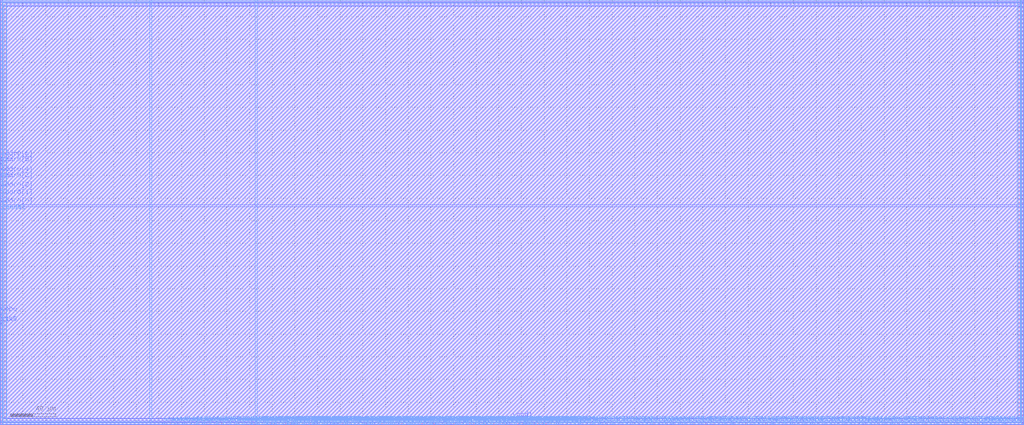
<source format=lef>
VERSION 5.4 ;
NAMESCASESENSITIVE ON ;
BUSBITCHARS "[]" ;
DIVIDERCHAR "/" ;
UNITS
  DATABASE MICRONS 2000 ;
END UNITS
MACRO sram_112x128
   CLASS BLOCK ;
   SIZE 903.42 BY 375.06 ;
   SYMMETRY X Y R90 ;
   PIN din0[0]
      DIRECTION INPUT ;
      PORT
         LAYER met4 ;
         RECT  225.76 0.0 226.14 1.06 ;
      END
   END din0[0]
   PIN din0[1]
      DIRECTION INPUT ;
      PORT
         LAYER met4 ;
         RECT  231.2 0.0 231.58 1.06 ;
      END
   END din0[1]
   PIN din0[2]
      DIRECTION INPUT ;
      PORT
         LAYER met4 ;
         RECT  237.32 0.0 237.7 1.06 ;
      END
   END din0[2]
   PIN din0[3]
      DIRECTION INPUT ;
      PORT
         LAYER met4 ;
         RECT  242.76 0.0 243.14 1.06 ;
      END
   END din0[3]
   PIN din0[4]
      DIRECTION INPUT ;
      PORT
         LAYER met4 ;
         RECT  249.56 0.0 249.94 1.06 ;
      END
   END din0[4]
   PIN din0[5]
      DIRECTION INPUT ;
      PORT
         LAYER met4 ;
         RECT  254.32 0.0 254.7 1.06 ;
      END
   END din0[5]
   PIN din0[6]
      DIRECTION INPUT ;
      PORT
         LAYER met4 ;
         RECT  261.12 0.0 261.5 1.06 ;
      END
   END din0[6]
   PIN din0[7]
      DIRECTION INPUT ;
      PORT
         LAYER met4 ;
         RECT  267.24 0.0 267.62 1.06 ;
      END
   END din0[7]
   PIN din0[8]
      DIRECTION INPUT ;
      PORT
         LAYER met4 ;
         RECT  272.68 0.0 273.06 1.06 ;
      END
   END din0[8]
   PIN din0[9]
      DIRECTION INPUT ;
      PORT
         LAYER met4 ;
         RECT  278.12 0.0 278.5 1.06 ;
      END
   END din0[9]
   PIN din0[10]
      DIRECTION INPUT ;
      PORT
         LAYER met4 ;
         RECT  284.24 0.0 284.62 1.06 ;
      END
   END din0[10]
   PIN din0[11]
      DIRECTION INPUT ;
      PORT
         LAYER met4 ;
         RECT  289.68 0.0 290.06 1.06 ;
      END
   END din0[11]
   PIN din0[12]
      DIRECTION INPUT ;
      PORT
         LAYER met4 ;
         RECT  295.8 0.0 296.18 1.06 ;
      END
   END din0[12]
   PIN din0[13]
      DIRECTION INPUT ;
      PORT
         LAYER met4 ;
         RECT  301.24 0.0 301.62 1.06 ;
      END
   END din0[13]
   PIN din0[14]
      DIRECTION INPUT ;
      PORT
         LAYER met4 ;
         RECT  308.04 0.0 308.42 1.06 ;
      END
   END din0[14]
   PIN din0[15]
      DIRECTION INPUT ;
      PORT
         LAYER met4 ;
         RECT  312.8 0.0 313.18 1.06 ;
      END
   END din0[15]
   PIN din0[16]
      DIRECTION INPUT ;
      PORT
         LAYER met4 ;
         RECT  319.6 0.0 319.98 1.06 ;
      END
   END din0[16]
   PIN din0[17]
      DIRECTION INPUT ;
      PORT
         LAYER met4 ;
         RECT  324.36 0.0 324.74 1.06 ;
      END
   END din0[17]
   PIN din0[18]
      DIRECTION INPUT ;
      PORT
         LAYER met4 ;
         RECT  331.16 0.0 331.54 1.06 ;
      END
   END din0[18]
   PIN din0[19]
      DIRECTION INPUT ;
      PORT
         LAYER met4 ;
         RECT  335.92 0.0 336.3 1.06 ;
      END
   END din0[19]
   PIN din0[20]
      DIRECTION INPUT ;
      PORT
         LAYER met4 ;
         RECT  342.04 0.0 342.42 1.06 ;
      END
   END din0[20]
   PIN din0[21]
      DIRECTION INPUT ;
      PORT
         LAYER met4 ;
         RECT  348.16 0.0 348.54 1.06 ;
      END
   END din0[21]
   PIN din0[22]
      DIRECTION INPUT ;
      PORT
         LAYER met4 ;
         RECT  353.6 0.0 353.98 1.06 ;
      END
   END din0[22]
   PIN din0[23]
      DIRECTION INPUT ;
      PORT
         LAYER met4 ;
         RECT  359.72 0.0 360.1 1.06 ;
      END
   END din0[23]
   PIN din0[24]
      DIRECTION INPUT ;
      PORT
         LAYER met4 ;
         RECT  366.52 0.0 366.9 1.06 ;
      END
   END din0[24]
   PIN din0[25]
      DIRECTION INPUT ;
      PORT
         LAYER met4 ;
         RECT  371.28 0.0 371.66 1.06 ;
      END
   END din0[25]
   PIN din0[26]
      DIRECTION INPUT ;
      PORT
         LAYER met4 ;
         RECT  378.08 0.0 378.46 1.06 ;
      END
   END din0[26]
   PIN din0[27]
      DIRECTION INPUT ;
      PORT
         LAYER met4 ;
         RECT  382.84 0.0 383.22 1.06 ;
      END
   END din0[27]
   PIN din0[28]
      DIRECTION INPUT ;
      PORT
         LAYER met4 ;
         RECT  389.64 0.0 390.02 1.06 ;
      END
   END din0[28]
   PIN din0[29]
      DIRECTION INPUT ;
      PORT
         LAYER met4 ;
         RECT  395.08 0.0 395.46 1.06 ;
      END
   END din0[29]
   PIN din0[30]
      DIRECTION INPUT ;
      PORT
         LAYER met4 ;
         RECT  401.2 0.0 401.58 1.06 ;
      END
   END din0[30]
   PIN din0[31]
      DIRECTION INPUT ;
      PORT
         LAYER met4 ;
         RECT  405.96 0.0 406.34 1.06 ;
      END
   END din0[31]
   PIN din0[32]
      DIRECTION INPUT ;
      PORT
         LAYER met4 ;
         RECT  412.76 0.0 413.14 1.06 ;
      END
   END din0[32]
   PIN din0[33]
      DIRECTION INPUT ;
      PORT
         LAYER met4 ;
         RECT  418.2 0.0 418.58 1.06 ;
      END
   END din0[33]
   PIN din0[34]
      DIRECTION INPUT ;
      PORT
         LAYER met4 ;
         RECT  424.32 0.0 424.7 1.06 ;
      END
   END din0[34]
   PIN din0[35]
      DIRECTION INPUT ;
      PORT
         LAYER met4 ;
         RECT  429.76 0.0 430.14 1.06 ;
      END
   END din0[35]
   PIN din0[36]
      DIRECTION INPUT ;
      PORT
         LAYER met4 ;
         RECT  435.88 0.0 436.26 1.06 ;
      END
   END din0[36]
   PIN din0[37]
      DIRECTION INPUT ;
      PORT
         LAYER met4 ;
         RECT  441.32 0.0 441.7 1.06 ;
      END
   END din0[37]
   PIN din0[38]
      DIRECTION INPUT ;
      PORT
         LAYER met4 ;
         RECT  448.12 0.0 448.5 1.06 ;
      END
   END din0[38]
   PIN din0[39]
      DIRECTION INPUT ;
      PORT
         LAYER met4 ;
         RECT  453.56 0.0 453.94 1.06 ;
      END
   END din0[39]
   PIN din0[40]
      DIRECTION INPUT ;
      PORT
         LAYER met4 ;
         RECT  459.0 0.0 459.38 1.06 ;
      END
   END din0[40]
   PIN din0[41]
      DIRECTION INPUT ;
      PORT
         LAYER met4 ;
         RECT  465.8 0.0 466.18 1.06 ;
      END
   END din0[41]
   PIN din0[42]
      DIRECTION INPUT ;
      PORT
         LAYER met4 ;
         RECT  470.56 0.0 470.94 1.06 ;
      END
   END din0[42]
   PIN din0[43]
      DIRECTION INPUT ;
      PORT
         LAYER met4 ;
         RECT  477.36 0.0 477.74 1.06 ;
      END
   END din0[43]
   PIN din0[44]
      DIRECTION INPUT ;
      PORT
         LAYER met4 ;
         RECT  482.12 0.0 482.5 1.06 ;
      END
   END din0[44]
   PIN din0[45]
      DIRECTION INPUT ;
      PORT
         LAYER met4 ;
         RECT  488.92 0.0 489.3 1.06 ;
      END
   END din0[45]
   PIN din0[46]
      DIRECTION INPUT ;
      PORT
         LAYER met4 ;
         RECT  493.68 0.0 494.06 1.06 ;
      END
   END din0[46]
   PIN din0[47]
      DIRECTION INPUT ;
      PORT
         LAYER met4 ;
         RECT  499.8 0.0 500.18 1.06 ;
      END
   END din0[47]
   PIN din0[48]
      DIRECTION INPUT ;
      PORT
         LAYER met4 ;
         RECT  506.6 0.0 506.98 1.06 ;
      END
   END din0[48]
   PIN din0[49]
      DIRECTION INPUT ;
      PORT
         LAYER met4 ;
         RECT  511.36 0.0 511.74 1.06 ;
      END
   END din0[49]
   PIN din0[50]
      DIRECTION INPUT ;
      PORT
         LAYER met4 ;
         RECT  517.48 0.0 517.86 1.06 ;
      END
   END din0[50]
   PIN din0[51]
      DIRECTION INPUT ;
      PORT
         LAYER met4 ;
         RECT  522.92 0.0 523.3 1.06 ;
      END
   END din0[51]
   PIN din0[52]
      DIRECTION INPUT ;
      PORT
         LAYER met4 ;
         RECT  529.04 0.0 529.42 1.06 ;
      END
   END din0[52]
   PIN din0[53]
      DIRECTION INPUT ;
      PORT
         LAYER met4 ;
         RECT  534.48 0.0 534.86 1.06 ;
      END
   END din0[53]
   PIN din0[54]
      DIRECTION INPUT ;
      PORT
         LAYER met4 ;
         RECT  540.6 0.0 540.98 1.06 ;
      END
   END din0[54]
   PIN din0[55]
      DIRECTION INPUT ;
      PORT
         LAYER met4 ;
         RECT  547.4 0.0 547.78 1.06 ;
      END
   END din0[55]
   PIN din0[56]
      DIRECTION INPUT ;
      PORT
         LAYER met4 ;
         RECT  552.84 0.0 553.22 1.06 ;
      END
   END din0[56]
   PIN din0[57]
      DIRECTION INPUT ;
      PORT
         LAYER met4 ;
         RECT  558.96 0.0 559.34 1.06 ;
      END
   END din0[57]
   PIN din0[58]
      DIRECTION INPUT ;
      PORT
         LAYER met4 ;
         RECT  563.72 0.0 564.1 1.06 ;
      END
   END din0[58]
   PIN din0[59]
      DIRECTION INPUT ;
      PORT
         LAYER met4 ;
         RECT  570.52 0.0 570.9 1.06 ;
      END
   END din0[59]
   PIN din0[60]
      DIRECTION INPUT ;
      PORT
         LAYER met4 ;
         RECT  575.96 0.0 576.34 1.06 ;
      END
   END din0[60]
   PIN din0[61]
      DIRECTION INPUT ;
      PORT
         LAYER met4 ;
         RECT  581.4 0.0 581.78 1.06 ;
      END
   END din0[61]
   PIN din0[62]
      DIRECTION INPUT ;
      PORT
         LAYER met4 ;
         RECT  587.52 0.0 587.9 1.06 ;
      END
   END din0[62]
   PIN din0[63]
      DIRECTION INPUT ;
      PORT
         LAYER met4 ;
         RECT  592.96 0.0 593.34 1.06 ;
      END
   END din0[63]
   PIN din0[64]
      DIRECTION INPUT ;
      PORT
         LAYER met4 ;
         RECT  599.76 0.0 600.14 1.06 ;
      END
   END din0[64]
   PIN din0[65]
      DIRECTION INPUT ;
      PORT
         LAYER met4 ;
         RECT  604.52 0.0 604.9 1.06 ;
      END
   END din0[65]
   PIN din0[66]
      DIRECTION INPUT ;
      PORT
         LAYER met4 ;
         RECT  611.32 0.0 611.7 1.06 ;
      END
   END din0[66]
   PIN din0[67]
      DIRECTION INPUT ;
      PORT
         LAYER met4 ;
         RECT  617.44 0.0 617.82 1.06 ;
      END
   END din0[67]
   PIN din0[68]
      DIRECTION INPUT ;
      PORT
         LAYER met4 ;
         RECT  622.88 0.0 623.26 1.06 ;
      END
   END din0[68]
   PIN din0[69]
      DIRECTION INPUT ;
      PORT
         LAYER met4 ;
         RECT  629.0 0.0 629.38 1.06 ;
      END
   END din0[69]
   PIN din0[70]
      DIRECTION INPUT ;
      PORT
         LAYER met4 ;
         RECT  634.44 0.0 634.82 1.06 ;
      END
   END din0[70]
   PIN din0[71]
      DIRECTION INPUT ;
      PORT
         LAYER met4 ;
         RECT  639.88 0.0 640.26 1.06 ;
      END
   END din0[71]
   PIN din0[72]
      DIRECTION INPUT ;
      PORT
         LAYER met4 ;
         RECT  646.0 0.0 646.38 1.06 ;
      END
   END din0[72]
   PIN din0[73]
      DIRECTION INPUT ;
      PORT
         LAYER met4 ;
         RECT  651.44 0.0 651.82 1.06 ;
      END
   END din0[73]
   PIN din0[74]
      DIRECTION INPUT ;
      PORT
         LAYER met4 ;
         RECT  658.24 0.0 658.62 1.06 ;
      END
   END din0[74]
   PIN din0[75]
      DIRECTION INPUT ;
      PORT
         LAYER met4 ;
         RECT  664.36 0.0 664.74 1.06 ;
      END
   END din0[75]
   PIN din0[76]
      DIRECTION INPUT ;
      PORT
         LAYER met4 ;
         RECT  669.8 0.0 670.18 1.06 ;
      END
   END din0[76]
   PIN din0[77]
      DIRECTION INPUT ;
      PORT
         LAYER met4 ;
         RECT  675.92 0.0 676.3 1.06 ;
      END
   END din0[77]
   PIN din0[78]
      DIRECTION INPUT ;
      PORT
         LAYER met4 ;
         RECT  681.36 0.0 681.74 1.06 ;
      END
   END din0[78]
   PIN din0[79]
      DIRECTION INPUT ;
      PORT
         LAYER met4 ;
         RECT  686.8 0.0 687.18 1.06 ;
      END
   END din0[79]
   PIN din0[80]
      DIRECTION INPUT ;
      PORT
         LAYER met4 ;
         RECT  692.24 0.0 692.62 1.06 ;
      END
   END din0[80]
   PIN din0[81]
      DIRECTION INPUT ;
      PORT
         LAYER met4 ;
         RECT  698.36 0.0 698.74 1.06 ;
      END
   END din0[81]
   PIN din0[82]
      DIRECTION INPUT ;
      PORT
         LAYER met4 ;
         RECT  703.8 0.0 704.18 1.06 ;
      END
   END din0[82]
   PIN din0[83]
      DIRECTION INPUT ;
      PORT
         LAYER met4 ;
         RECT  709.92 0.0 710.3 1.06 ;
      END
   END din0[83]
   PIN din0[84]
      DIRECTION INPUT ;
      PORT
         LAYER met4 ;
         RECT  716.04 0.0 716.42 1.06 ;
      END
   END din0[84]
   PIN din0[85]
      DIRECTION INPUT ;
      PORT
         LAYER met4 ;
         RECT  721.48 0.0 721.86 1.06 ;
      END
   END din0[85]
   PIN din0[86]
      DIRECTION INPUT ;
      PORT
         LAYER met4 ;
         RECT  727.6 0.0 727.98 1.06 ;
      END
   END din0[86]
   PIN din0[87]
      DIRECTION INPUT ;
      PORT
         LAYER met4 ;
         RECT  733.04 0.0 733.42 1.06 ;
      END
   END din0[87]
   PIN din0[88]
      DIRECTION INPUT ;
      PORT
         LAYER met4 ;
         RECT  739.16 0.0 739.54 1.06 ;
      END
   END din0[88]
   PIN din0[89]
      DIRECTION INPUT ;
      PORT
         LAYER met4 ;
         RECT  745.28 0.0 745.66 1.06 ;
      END
   END din0[89]
   PIN din0[90]
      DIRECTION INPUT ;
      PORT
         LAYER met4 ;
         RECT  750.72 0.0 751.1 1.06 ;
      END
   END din0[90]
   PIN din0[91]
      DIRECTION INPUT ;
      PORT
         LAYER met4 ;
         RECT  757.52 0.0 757.9 1.06 ;
      END
   END din0[91]
   PIN din0[92]
      DIRECTION INPUT ;
      PORT
         LAYER met4 ;
         RECT  762.28 0.0 762.66 1.06 ;
      END
   END din0[92]
   PIN din0[93]
      DIRECTION INPUT ;
      PORT
         LAYER met4 ;
         RECT  768.4 0.0 768.78 1.06 ;
      END
   END din0[93]
   PIN din0[94]
      DIRECTION INPUT ;
      PORT
         LAYER met4 ;
         RECT  774.52 0.0 774.9 1.06 ;
      END
   END din0[94]
   PIN din0[95]
      DIRECTION INPUT ;
      PORT
         LAYER met4 ;
         RECT  780.64 0.0 781.02 1.06 ;
      END
   END din0[95]
   PIN din0[96]
      DIRECTION INPUT ;
      PORT
         LAYER met4 ;
         RECT  786.76 0.0 787.14 1.06 ;
      END
   END din0[96]
   PIN din0[97]
      DIRECTION INPUT ;
      PORT
         LAYER met4 ;
         RECT  792.2 0.0 792.58 1.06 ;
      END
   END din0[97]
   PIN din0[98]
      DIRECTION INPUT ;
      PORT
         LAYER met4 ;
         RECT  798.32 0.0 798.7 1.06 ;
      END
   END din0[98]
   PIN din0[99]
      DIRECTION INPUT ;
      PORT
         LAYER met4 ;
         RECT  803.08 0.0 803.46 1.06 ;
      END
   END din0[99]
   PIN din0[100]
      DIRECTION INPUT ;
      PORT
         LAYER met4 ;
         RECT  809.2 0.0 809.58 1.06 ;
      END
   END din0[100]
   PIN din0[101]
      DIRECTION INPUT ;
      PORT
         LAYER met4 ;
         RECT  816.0 0.0 816.38 1.06 ;
      END
   END din0[101]
   PIN din0[102]
      DIRECTION INPUT ;
      PORT
         LAYER met4 ;
         RECT  820.76 0.0 821.14 1.06 ;
      END
   END din0[102]
   PIN din0[103]
      DIRECTION INPUT ;
      PORT
         LAYER met4 ;
         RECT  826.88 0.0 827.26 1.06 ;
      END
   END din0[103]
   PIN din0[104]
      DIRECTION INPUT ;
      PORT
         LAYER met4 ;
         RECT  833.68 0.0 834.06 1.06 ;
      END
   END din0[104]
   PIN din0[105]
      DIRECTION INPUT ;
      PORT
         LAYER met4 ;
         RECT  838.44 0.0 838.82 1.06 ;
      END
   END din0[105]
   PIN din0[106]
      DIRECTION INPUT ;
      PORT
         LAYER met4 ;
         RECT  844.56 0.0 844.94 1.06 ;
      END
   END din0[106]
   PIN din0[107]
      DIRECTION INPUT ;
      PORT
         LAYER met4 ;
         RECT  850.68 0.0 851.06 1.06 ;
      END
   END din0[107]
   PIN din0[108]
      DIRECTION INPUT ;
      PORT
         LAYER met4 ;
         RECT  856.12 0.0 856.5 1.06 ;
      END
   END din0[108]
   PIN din0[109]
      DIRECTION INPUT ;
      PORT
         LAYER met4 ;
         RECT  862.92 0.0 863.3 1.06 ;
      END
   END din0[109]
   PIN din0[110]
      DIRECTION INPUT ;
      PORT
         LAYER met4 ;
         RECT  867.68 0.0 868.06 1.06 ;
      END
   END din0[110]
   PIN din0[111]
      DIRECTION INPUT ;
      PORT
         LAYER met4 ;
         RECT  874.48 0.0 874.86 1.06 ;
      END
   END din0[111]
   PIN din0[112]
      DIRECTION INPUT ;
      PORT
         LAYER met4 ;
         RECT  879.24 0.0 879.62 1.06 ;
      END
   END din0[112]
   PIN addr0[0]
      DIRECTION INPUT ;
      PORT
         LAYER met3 ;
         RECT  0.0 193.12 1.06 193.5 ;
      END
   END addr0[0]
   PIN addr0[1]
      DIRECTION INPUT ;
      PORT
         LAYER met3 ;
         RECT  0.0 200.6 1.06 200.98 ;
      END
   END addr0[1]
   PIN addr0[2]
      DIRECTION INPUT ;
      PORT
         LAYER met3 ;
         RECT  0.0 207.4 1.06 207.78 ;
      END
   END addr0[2]
   PIN addr0[3]
      DIRECTION INPUT ;
      PORT
         LAYER met3 ;
         RECT  0.0 215.56 1.06 215.94 ;
      END
   END addr0[3]
   PIN addr0[4]
      DIRECTION INPUT ;
      PORT
         LAYER met3 ;
         RECT  0.0 221.0 1.06 221.38 ;
      END
   END addr0[4]
   PIN addr0[5]
      DIRECTION INPUT ;
      PORT
         LAYER met3 ;
         RECT  0.0 229.84 1.06 230.22 ;
      END
   END addr0[5]
   PIN addr0[6]
      DIRECTION INPUT ;
      PORT
         LAYER met3 ;
         RECT  0.0 234.6 1.06 234.98 ;
      END
   END addr0[6]
   PIN addr0[7]
      DIRECTION INPUT ;
      PORT
         LAYER met4 ;
         RECT  132.6 374.0 132.98 375.06 ;
      END
   END addr0[7]
   PIN csb0
      DIRECTION INPUT ;
      PORT
         LAYER met3 ;
         RECT  0.0 89.08 1.06 89.46 ;
      END
   END csb0
   PIN web0
      DIRECTION INPUT ;
      PORT
         LAYER met3 ;
         RECT  0.0 97.24 1.06 97.62 ;
      END
   END web0
   PIN clk0
      DIRECTION INPUT ;
      PORT
         LAYER met3 ;
         RECT  0.0 88.4 1.06 88.78 ;
      END
   END clk0
   PIN wmask0[0]
      DIRECTION INPUT ;
      PORT
         LAYER met4 ;
         RECT  144.16 0.0 144.54 1.06 ;
      END
   END wmask0[0]
   PIN wmask0[1]
      DIRECTION INPUT ;
      PORT
         LAYER met4 ;
         RECT  150.28 0.0 150.66 1.06 ;
      END
   END wmask0[1]
   PIN wmask0[2]
      DIRECTION INPUT ;
      PORT
         LAYER met4 ;
         RECT  155.04 0.0 155.42 1.06 ;
      END
   END wmask0[2]
   PIN wmask0[3]
      DIRECTION INPUT ;
      PORT
         LAYER met4 ;
         RECT  161.84 0.0 162.22 1.06 ;
      END
   END wmask0[3]
   PIN wmask0[4]
      DIRECTION INPUT ;
      PORT
         LAYER met4 ;
         RECT  167.96 0.0 168.34 1.06 ;
      END
   END wmask0[4]
   PIN wmask0[5]
      DIRECTION INPUT ;
      PORT
         LAYER met4 ;
         RECT  173.4 0.0 173.78 1.06 ;
      END
   END wmask0[5]
   PIN wmask0[6]
      DIRECTION INPUT ;
      PORT
         LAYER met4 ;
         RECT  179.52 0.0 179.9 1.06 ;
      END
   END wmask0[6]
   PIN wmask0[7]
      DIRECTION INPUT ;
      PORT
         LAYER met4 ;
         RECT  184.28 0.0 184.66 1.06 ;
      END
   END wmask0[7]
   PIN wmask0[8]
      DIRECTION INPUT ;
      PORT
         LAYER met4 ;
         RECT  191.08 0.0 191.46 1.06 ;
      END
   END wmask0[8]
   PIN wmask0[9]
      DIRECTION INPUT ;
      PORT
         LAYER met4 ;
         RECT  195.84 0.0 196.22 1.06 ;
      END
   END wmask0[9]
   PIN wmask0[10]
      DIRECTION INPUT ;
      PORT
         LAYER met4 ;
         RECT  201.96 0.0 202.34 1.06 ;
      END
   END wmask0[10]
   PIN wmask0[11]
      DIRECTION INPUT ;
      PORT
         LAYER met4 ;
         RECT  208.76 0.0 209.14 1.06 ;
      END
   END wmask0[11]
   PIN wmask0[12]
      DIRECTION INPUT ;
      PORT
         LAYER met4 ;
         RECT  213.52 0.0 213.9 1.06 ;
      END
   END wmask0[12]
   PIN wmask0[13]
      DIRECTION INPUT ;
      PORT
         LAYER met4 ;
         RECT  219.64 0.0 220.02 1.06 ;
      END
   END wmask0[13]
   PIN spare_wen0
      DIRECTION INPUT ;
      PORT
         LAYER met4 ;
         RECT  886.04 0.0 886.42 1.06 ;
      END
   END spare_wen0
   PIN dout0[0]
      DIRECTION OUTPUT ;
      PORT
         LAYER met4 ;
         RECT  209.44 0.0 209.82 1.06 ;
      END
   END dout0[0]
   PIN dout0[1]
      DIRECTION OUTPUT ;
      PORT
         LAYER met4 ;
         RECT  214.88 0.0 215.26 1.06 ;
      END
   END dout0[1]
   PIN dout0[2]
      DIRECTION OUTPUT ;
      PORT
         LAYER met4 ;
         RECT  215.56 0.0 215.94 1.06 ;
      END
   END dout0[2]
   PIN dout0[3]
      DIRECTION OUTPUT ;
      PORT
         LAYER met4 ;
         RECT  220.32 0.0 220.7 1.06 ;
      END
   END dout0[3]
   PIN dout0[4]
      DIRECTION OUTPUT ;
      PORT
         LAYER met4 ;
         RECT  222.36 0.0 222.74 1.06 ;
      END
   END dout0[4]
   PIN dout0[5]
      DIRECTION OUTPUT ;
      PORT
         LAYER met4 ;
         RECT  223.04 0.0 223.42 1.06 ;
      END
   END dout0[5]
   PIN dout0[6]
      DIRECTION OUTPUT ;
      PORT
         LAYER met4 ;
         RECT  227.8 0.0 228.18 1.06 ;
      END
   END dout0[6]
   PIN dout0[7]
      DIRECTION OUTPUT ;
      PORT
         LAYER met4 ;
         RECT  232.56 0.0 232.94 1.06 ;
      END
   END dout0[7]
   PIN dout0[8]
      DIRECTION OUTPUT ;
      PORT
         LAYER met4 ;
         RECT  233.24 0.0 233.62 1.06 ;
      END
   END dout0[8]
   PIN dout0[9]
      DIRECTION OUTPUT ;
      PORT
         LAYER met4 ;
         RECT  235.28 0.0 235.66 1.06 ;
      END
   END dout0[9]
   PIN dout0[10]
      DIRECTION OUTPUT ;
      PORT
         LAYER met4 ;
         RECT  238.0 0.0 238.38 1.06 ;
      END
   END dout0[10]
   PIN dout0[11]
      DIRECTION OUTPUT ;
      PORT
         LAYER met4 ;
         RECT  240.04 0.0 240.42 1.06 ;
      END
   END dout0[11]
   PIN dout0[12]
      DIRECTION OUTPUT ;
      PORT
         LAYER met4 ;
         RECT  240.72 0.0 241.1 1.06 ;
      END
   END dout0[12]
   PIN dout0[13]
      DIRECTION OUTPUT ;
      PORT
         LAYER met4 ;
         RECT  244.8 0.0 245.18 1.06 ;
      END
   END dout0[13]
   PIN dout0[14]
      DIRECTION OUTPUT ;
      PORT
         LAYER met4 ;
         RECT  245.48 0.0 245.86 1.06 ;
      END
   END dout0[14]
   PIN dout0[15]
      DIRECTION OUTPUT ;
      PORT
         LAYER met4 ;
         RECT  248.88 0.0 249.26 1.06 ;
      END
   END dout0[15]
   PIN dout0[16]
      DIRECTION OUTPUT ;
      PORT
         LAYER met4 ;
         RECT  252.28 0.0 252.66 1.06 ;
      END
   END dout0[16]
   PIN dout0[17]
      DIRECTION OUTPUT ;
      PORT
         LAYER met4 ;
         RECT  255.0 0.0 255.38 1.06 ;
      END
   END dout0[17]
   PIN dout0[18]
      DIRECTION OUTPUT ;
      PORT
         LAYER met4 ;
         RECT  255.68 0.0 256.06 1.06 ;
      END
   END dout0[18]
   PIN dout0[19]
      DIRECTION OUTPUT ;
      PORT
         LAYER met4 ;
         RECT  257.72 0.0 258.1 1.06 ;
      END
   END dout0[19]
   PIN dout0[20]
      DIRECTION OUTPUT ;
      PORT
         LAYER met4 ;
         RECT  260.44 0.0 260.82 1.06 ;
      END
   END dout0[20]
   PIN dout0[21]
      DIRECTION OUTPUT ;
      PORT
         LAYER met4 ;
         RECT  263.16 0.0 263.54 1.06 ;
      END
   END dout0[21]
   PIN dout0[22]
      DIRECTION OUTPUT ;
      PORT
         LAYER met4 ;
         RECT  267.92 0.0 268.3 1.06 ;
      END
   END dout0[22]
   PIN dout0[23]
      DIRECTION OUTPUT ;
      PORT
         LAYER met4 ;
         RECT  266.56 0.0 266.94 1.06 ;
      END
   END dout0[23]
   PIN dout0[24]
      DIRECTION OUTPUT ;
      PORT
         LAYER met4 ;
         RECT  273.36 0.0 273.74 1.06 ;
      END
   END dout0[24]
   PIN dout0[25]
      DIRECTION OUTPUT ;
      PORT
         LAYER met4 ;
         RECT  274.72 0.0 275.1 1.06 ;
      END
   END dout0[25]
   PIN dout0[26]
      DIRECTION OUTPUT ;
      PORT
         LAYER met4 ;
         RECT  275.4 0.0 275.78 1.06 ;
      END
   END dout0[26]
   PIN dout0[27]
      DIRECTION OUTPUT ;
      PORT
         LAYER met4 ;
         RECT  280.16 0.0 280.54 1.06 ;
      END
   END dout0[27]
   PIN dout0[28]
      DIRECTION OUTPUT ;
      PORT
         LAYER met4 ;
         RECT  280.84 0.0 281.22 1.06 ;
      END
   END dout0[28]
   PIN dout0[29]
      DIRECTION OUTPUT ;
      PORT
         LAYER met4 ;
         RECT  284.92 0.0 285.3 1.06 ;
      END
   END dout0[29]
   PIN dout0[30]
      DIRECTION OUTPUT ;
      PORT
         LAYER met4 ;
         RECT  285.6 0.0 285.98 1.06 ;
      END
   END dout0[30]
   PIN dout0[31]
      DIRECTION OUTPUT ;
      PORT
         LAYER met4 ;
         RECT  287.64 0.0 288.02 1.06 ;
      END
   END dout0[31]
   PIN dout0[32]
      DIRECTION OUTPUT ;
      PORT
         LAYER met4 ;
         RECT  292.4 0.0 292.78 1.06 ;
      END
   END dout0[32]
   PIN dout0[33]
      DIRECTION OUTPUT ;
      PORT
         LAYER met4 ;
         RECT  293.08 0.0 293.46 1.06 ;
      END
   END dout0[33]
   PIN dout0[34]
      DIRECTION OUTPUT ;
      PORT
         LAYER met4 ;
         RECT  297.84 0.0 298.22 1.06 ;
      END
   END dout0[34]
   PIN dout0[35]
      DIRECTION OUTPUT ;
      PORT
         LAYER met4 ;
         RECT  302.6 0.0 302.98 1.06 ;
      END
   END dout0[35]
   PIN dout0[36]
      DIRECTION OUTPUT ;
      PORT
         LAYER met4 ;
         RECT  303.28 0.0 303.66 1.06 ;
      END
   END dout0[36]
   PIN dout0[37]
      DIRECTION OUTPUT ;
      PORT
         LAYER met4 ;
         RECT  305.32 0.0 305.7 1.06 ;
      END
   END dout0[37]
   PIN dout0[38]
      DIRECTION OUTPUT ;
      PORT
         LAYER met4 ;
         RECT  307.36 0.0 307.74 1.06 ;
      END
   END dout0[38]
   PIN dout0[39]
      DIRECTION OUTPUT ;
      PORT
         LAYER met4 ;
         RECT  308.72 0.0 309.1 1.06 ;
      END
   END dout0[39]
   PIN dout0[40]
      DIRECTION OUTPUT ;
      PORT
         LAYER met4 ;
         RECT  313.48 0.0 313.86 1.06 ;
      END
   END dout0[40]
   PIN dout0[41]
      DIRECTION OUTPUT ;
      PORT
         LAYER met4 ;
         RECT  314.84 0.0 315.22 1.06 ;
      END
   END dout0[41]
   PIN dout0[42]
      DIRECTION OUTPUT ;
      PORT
         LAYER met4 ;
         RECT  315.52 0.0 315.9 1.06 ;
      END
   END dout0[42]
   PIN dout0[43]
      DIRECTION OUTPUT ;
      PORT
         LAYER met4 ;
         RECT  320.28 0.0 320.66 1.06 ;
      END
   END dout0[43]
   PIN dout0[44]
      DIRECTION OUTPUT ;
      PORT
         LAYER met4 ;
         RECT  322.32 0.0 322.7 1.06 ;
      END
   END dout0[44]
   PIN dout0[45]
      DIRECTION OUTPUT ;
      PORT
         LAYER met4 ;
         RECT  325.04 0.0 325.42 1.06 ;
      END
   END dout0[45]
   PIN dout0[46]
      DIRECTION OUTPUT ;
      PORT
         LAYER met4 ;
         RECT  325.72 0.0 326.1 1.06 ;
      END
   END dout0[46]
   PIN dout0[47]
      DIRECTION OUTPUT ;
      PORT
         LAYER met4 ;
         RECT  327.76 0.0 328.14 1.06 ;
      END
   END dout0[47]
   PIN dout0[48]
      DIRECTION OUTPUT ;
      PORT
         LAYER met4 ;
         RECT  332.52 0.0 332.9 1.06 ;
      END
   END dout0[48]
   PIN dout0[49]
      DIRECTION OUTPUT ;
      PORT
         LAYER met4 ;
         RECT  333.2 0.0 333.58 1.06 ;
      END
   END dout0[49]
   PIN dout0[50]
      DIRECTION OUTPUT ;
      PORT
         LAYER met4 ;
         RECT  337.28 0.0 337.66 1.06 ;
      END
   END dout0[50]
   PIN dout0[51]
      DIRECTION OUTPUT ;
      PORT
         LAYER met4 ;
         RECT  340.0 0.0 340.38 1.06 ;
      END
   END dout0[51]
   PIN dout0[52]
      DIRECTION OUTPUT ;
      PORT
         LAYER met4 ;
         RECT  340.68 0.0 341.06 1.06 ;
      END
   END dout0[52]
   PIN dout0[53]
      DIRECTION OUTPUT ;
      PORT
         LAYER met4 ;
         RECT  344.76 0.0 345.14 1.06 ;
      END
   END dout0[53]
   PIN dout0[54]
      DIRECTION OUTPUT ;
      PORT
         LAYER met4 ;
         RECT  345.44 0.0 345.82 1.06 ;
      END
   END dout0[54]
   PIN dout0[55]
      DIRECTION OUTPUT ;
      PORT
         LAYER met4 ;
         RECT  348.84 0.0 349.22 1.06 ;
      END
   END dout0[55]
   PIN dout0[56]
      DIRECTION OUTPUT ;
      PORT
         LAYER met4 ;
         RECT  352.24 0.0 352.62 1.06 ;
      END
   END dout0[56]
   PIN dout0[57]
      DIRECTION OUTPUT ;
      PORT
         LAYER met4 ;
         RECT  354.96 0.0 355.34 1.06 ;
      END
   END dout0[57]
   PIN dout0[58]
      DIRECTION OUTPUT ;
      PORT
         LAYER met4 ;
         RECT  355.64 0.0 356.02 1.06 ;
      END
   END dout0[58]
   PIN dout0[59]
      DIRECTION OUTPUT ;
      PORT
         LAYER met4 ;
         RECT  360.4 0.0 360.78 1.06 ;
      END
   END dout0[59]
   PIN dout0[60]
      DIRECTION OUTPUT ;
      PORT
         LAYER met4 ;
         RECT  362.44 0.0 362.82 1.06 ;
      END
   END dout0[60]
   PIN dout0[61]
      DIRECTION OUTPUT ;
      PORT
         LAYER met4 ;
         RECT  363.12 0.0 363.5 1.06 ;
      END
   END dout0[61]
   PIN dout0[62]
      DIRECTION OUTPUT ;
      PORT
         LAYER met4 ;
         RECT  365.84 0.0 366.22 1.06 ;
      END
   END dout0[62]
   PIN dout0[63]
      DIRECTION OUTPUT ;
      PORT
         LAYER met4 ;
         RECT  367.88 0.0 368.26 1.06 ;
      END
   END dout0[63]
   PIN dout0[64]
      DIRECTION OUTPUT ;
      PORT
         LAYER met4 ;
         RECT  372.64 0.0 373.02 1.06 ;
      END
   END dout0[64]
   PIN dout0[65]
      DIRECTION OUTPUT ;
      PORT
         LAYER met4 ;
         RECT  373.32 0.0 373.7 1.06 ;
      END
   END dout0[65]
   PIN dout0[66]
      DIRECTION OUTPUT ;
      PORT
         LAYER met4 ;
         RECT  375.36 0.0 375.74 1.06 ;
      END
   END dout0[66]
   PIN dout0[67]
      DIRECTION OUTPUT ;
      PORT
         LAYER met4 ;
         RECT  380.12 0.0 380.5 1.06 ;
      END
   END dout0[67]
   PIN dout0[68]
      DIRECTION OUTPUT ;
      PORT
         LAYER met4 ;
         RECT  380.8 0.0 381.18 1.06 ;
      END
   END dout0[68]
   PIN dout0[69]
      DIRECTION OUTPUT ;
      PORT
         LAYER met4 ;
         RECT  384.88 0.0 385.26 1.06 ;
      END
   END dout0[69]
   PIN dout0[70]
      DIRECTION OUTPUT ;
      PORT
         LAYER met4 ;
         RECT  385.56 0.0 385.94 1.06 ;
      END
   END dout0[70]
   PIN dout0[71]
      DIRECTION OUTPUT ;
      PORT
         LAYER met4 ;
         RECT  388.96 0.0 389.34 1.06 ;
      END
   END dout0[71]
   PIN dout0[72]
      DIRECTION OUTPUT ;
      PORT
         LAYER met4 ;
         RECT  392.36 0.0 392.74 1.06 ;
      END
   END dout0[72]
   PIN dout0[73]
      DIRECTION OUTPUT ;
      PORT
         LAYER met4 ;
         RECT  393.04 0.0 393.42 1.06 ;
      END
   END dout0[73]
   PIN dout0[74]
      DIRECTION OUTPUT ;
      PORT
         LAYER met4 ;
         RECT  395.76 0.0 396.14 1.06 ;
      END
   END dout0[74]
   PIN dout0[75]
      DIRECTION OUTPUT ;
      PORT
         LAYER met4 ;
         RECT  397.8 0.0 398.18 1.06 ;
      END
   END dout0[75]
   PIN dout0[76]
      DIRECTION OUTPUT ;
      PORT
         LAYER met4 ;
         RECT  400.52 0.0 400.9 1.06 ;
      END
   END dout0[76]
   PIN dout0[77]
      DIRECTION OUTPUT ;
      PORT
         LAYER met4 ;
         RECT  403.24 0.0 403.62 1.06 ;
      END
   END dout0[77]
   PIN dout0[78]
      DIRECTION OUTPUT ;
      PORT
         LAYER met4 ;
         RECT  407.32 0.0 407.7 1.06 ;
      END
   END dout0[78]
   PIN dout0[79]
      DIRECTION OUTPUT ;
      PORT
         LAYER met4 ;
         RECT  408.0 0.0 408.38 1.06 ;
      END
   END dout0[79]
   PIN dout0[80]
      DIRECTION OUTPUT ;
      PORT
         LAYER met4 ;
         RECT  413.44 0.0 413.82 1.06 ;
      END
   END dout0[80]
   PIN dout0[81]
      DIRECTION OUTPUT ;
      PORT
         LAYER met4 ;
         RECT  414.8 0.0 415.18 1.06 ;
      END
   END dout0[81]
   PIN dout0[82]
      DIRECTION OUTPUT ;
      PORT
         LAYER met4 ;
         RECT  415.48 0.0 415.86 1.06 ;
      END
   END dout0[82]
   PIN dout0[83]
      DIRECTION OUTPUT ;
      PORT
         LAYER met4 ;
         RECT  420.24 0.0 420.62 1.06 ;
      END
   END dout0[83]
   PIN dout0[84]
      DIRECTION OUTPUT ;
      PORT
         LAYER met4 ;
         RECT  422.28 0.0 422.66 1.06 ;
      END
   END dout0[84]
   PIN dout0[85]
      DIRECTION OUTPUT ;
      PORT
         LAYER met4 ;
         RECT  425.0 0.0 425.38 1.06 ;
      END
   END dout0[85]
   PIN dout0[86]
      DIRECTION OUTPUT ;
      PORT
         LAYER met4 ;
         RECT  425.68 0.0 426.06 1.06 ;
      END
   END dout0[86]
   PIN dout0[87]
      DIRECTION OUTPUT ;
      PORT
         LAYER met4 ;
         RECT  427.72 0.0 428.1 1.06 ;
      END
   END dout0[87]
   PIN dout0[88]
      DIRECTION OUTPUT ;
      PORT
         LAYER met4 ;
         RECT  432.48 0.0 432.86 1.06 ;
      END
   END dout0[88]
   PIN dout0[89]
      DIRECTION OUTPUT ;
      PORT
         LAYER met4 ;
         RECT  433.16 0.0 433.54 1.06 ;
      END
   END dout0[89]
   PIN dout0[90]
      DIRECTION OUTPUT ;
      PORT
         LAYER met4 ;
         RECT  437.24 0.0 437.62 1.06 ;
      END
   END dout0[90]
   PIN dout0[91]
      DIRECTION OUTPUT ;
      PORT
         LAYER met4 ;
         RECT  437.92 0.0 438.3 1.06 ;
      END
   END dout0[91]
   PIN dout0[92]
      DIRECTION OUTPUT ;
      PORT
         LAYER met4 ;
         RECT  442.68 0.0 443.06 1.06 ;
      END
   END dout0[92]
   PIN dout0[93]
      DIRECTION OUTPUT ;
      PORT
         LAYER met4 ;
         RECT  444.72 0.0 445.1 1.06 ;
      END
   END dout0[93]
   PIN dout0[94]
      DIRECTION OUTPUT ;
      PORT
         LAYER met4 ;
         RECT  445.4 0.0 445.78 1.06 ;
      END
   END dout0[94]
   PIN dout0[95]
      DIRECTION OUTPUT ;
      PORT
         LAYER met4 ;
         RECT  447.44 0.0 447.82 1.06 ;
      END
   END dout0[95]
   PIN dout0[96]
      DIRECTION OUTPUT ;
      PORT
         LAYER met4 ;
         RECT  454.92 0.0 455.3 1.06 ;
      END
   END dout0[96]
   PIN dout0[97]
      DIRECTION OUTPUT ;
      PORT
         LAYER met4 ;
         RECT  455.6 0.0 455.98 1.06 ;
      END
   END dout0[97]
   PIN dout0[98]
      DIRECTION OUTPUT ;
      PORT
         LAYER met4 ;
         RECT  456.96 0.0 457.34 1.06 ;
      END
   END dout0[98]
   PIN dout0[99]
      DIRECTION OUTPUT ;
      PORT
         LAYER met4 ;
         RECT  460.36 0.0 460.74 1.06 ;
      END
   END dout0[99]
   PIN dout0[100]
      DIRECTION OUTPUT ;
      PORT
         LAYER met4 ;
         RECT  462.4 0.0 462.78 1.06 ;
      END
   END dout0[100]
   PIN dout0[101]
      DIRECTION OUTPUT ;
      PORT
         LAYER met4 ;
         RECT  465.12 0.0 465.5 1.06 ;
      END
   END dout0[101]
   PIN dout0[102]
      DIRECTION OUTPUT ;
      PORT
         LAYER met4 ;
         RECT  467.84 0.0 468.22 1.06 ;
      END
   END dout0[102]
   PIN dout0[103]
      DIRECTION OUTPUT ;
      PORT
         LAYER met4 ;
         RECT  472.6 0.0 472.98 1.06 ;
      END
   END dout0[103]
   PIN dout0[104]
      DIRECTION OUTPUT ;
      PORT
         LAYER met4 ;
         RECT  473.28 0.0 473.66 1.06 ;
      END
   END dout0[104]
   PIN dout0[105]
      DIRECTION OUTPUT ;
      PORT
         LAYER met4 ;
         RECT  474.64 0.0 475.02 1.06 ;
      END
   END dout0[105]
   PIN dout0[106]
      DIRECTION OUTPUT ;
      PORT
         LAYER met4 ;
         RECT  478.04 0.0 478.42 1.06 ;
      END
   END dout0[106]
   PIN dout0[107]
      DIRECTION OUTPUT ;
      PORT
         LAYER met4 ;
         RECT  480.08 0.0 480.46 1.06 ;
      END
   END dout0[107]
   PIN dout0[108]
      DIRECTION OUTPUT ;
      PORT
         LAYER met4 ;
         RECT  480.76 0.0 481.14 1.06 ;
      END
   END dout0[108]
   PIN dout0[109]
      DIRECTION OUTPUT ;
      PORT
         LAYER met4 ;
         RECT  484.84 0.0 485.22 1.06 ;
      END
   END dout0[109]
   PIN dout0[110]
      DIRECTION OUTPUT ;
      PORT
         LAYER met4 ;
         RECT  485.52 0.0 485.9 1.06 ;
      END
   END dout0[110]
   PIN dout0[111]
      DIRECTION OUTPUT ;
      PORT
         LAYER met4 ;
         RECT  490.28 0.0 490.66 1.06 ;
      END
   END dout0[111]
   PIN dout0[112]
      DIRECTION OUTPUT ;
      PORT
         LAYER met4 ;
         RECT  494.36 0.0 494.74 1.06 ;
      END
   END dout0[112]
   PIN vccd1
      DIRECTION INOUT ;
      USE POWER ; 
      SHAPE ABUTMENT ; 
      PORT
         LAYER met3 ;
         RECT  3.4 369.92 900.02 371.66 ;
         LAYER met4 ;
         RECT  898.28 3.4 900.02 371.66 ;
         LAYER met3 ;
         RECT  3.4 3.4 900.02 5.14 ;
         LAYER met4 ;
         RECT  3.4 3.4 5.14 371.66 ;
      END
   END vccd1
   PIN vssd1
      DIRECTION INOUT ;
      USE GROUND ; 
      SHAPE ABUTMENT ; 
      PORT
         LAYER met4 ;
         RECT  901.68 0.0 903.42 375.06 ;
         LAYER met3 ;
         RECT  0.0 373.32 903.42 375.06 ;
         LAYER met4 ;
         RECT  0.0 0.0 1.74 375.06 ;
         LAYER met3 ;
         RECT  0.0 0.0 903.42 1.74 ;
      END
   END vssd1
   OBS
   LAYER  met1 ;
      RECT  0.62 0.62 902.8 374.44 ;
   LAYER  met2 ;
      RECT  0.62 0.62 902.8 374.44 ;
   LAYER  met3 ;
      RECT  1.66 192.52 902.8 194.1 ;
      RECT  0.62 194.1 1.66 200.0 ;
      RECT  0.62 201.58 1.66 206.8 ;
      RECT  0.62 208.38 1.66 214.96 ;
      RECT  0.62 216.54 1.66 220.4 ;
      RECT  0.62 221.98 1.66 229.24 ;
      RECT  0.62 230.82 1.66 234.0 ;
      RECT  0.62 90.06 1.66 96.64 ;
      RECT  0.62 98.22 1.66 192.52 ;
      RECT  1.66 194.1 2.8 369.32 ;
      RECT  1.66 369.32 2.8 372.26 ;
      RECT  2.8 194.1 900.62 369.32 ;
      RECT  900.62 194.1 902.8 369.32 ;
      RECT  900.62 369.32 902.8 372.26 ;
      RECT  1.66 2.8 2.8 5.74 ;
      RECT  1.66 5.74 2.8 192.52 ;
      RECT  2.8 5.74 900.62 192.52 ;
      RECT  900.62 2.8 902.8 5.74 ;
      RECT  900.62 5.74 902.8 192.52 ;
      RECT  0.62 235.58 1.66 372.72 ;
      RECT  1.66 372.26 2.8 372.72 ;
      RECT  2.8 372.26 900.62 372.72 ;
      RECT  900.62 372.26 902.8 372.72 ;
      RECT  0.62 2.34 1.66 87.8 ;
      RECT  1.66 2.34 2.8 2.8 ;
      RECT  2.8 2.34 900.62 2.8 ;
      RECT  900.62 2.34 902.8 2.8 ;
   LAYER  met4 ;
      RECT  225.16 1.66 226.74 374.44 ;
      RECT  449.1 0.62 452.96 1.66 ;
      RECT  500.78 0.62 506.0 1.66 ;
      RECT  507.58 0.62 510.76 1.66 ;
      RECT  512.34 0.62 516.88 1.66 ;
      RECT  518.46 0.62 522.32 1.66 ;
      RECT  523.9 0.62 528.44 1.66 ;
      RECT  530.02 0.62 533.88 1.66 ;
      RECT  535.46 0.62 540.0 1.66 ;
      RECT  541.58 0.62 546.8 1.66 ;
      RECT  548.38 0.62 552.24 1.66 ;
      RECT  553.82 0.62 558.36 1.66 ;
      RECT  559.94 0.62 563.12 1.66 ;
      RECT  564.7 0.62 569.92 1.66 ;
      RECT  571.5 0.62 575.36 1.66 ;
      RECT  576.94 0.62 580.8 1.66 ;
      RECT  582.38 0.62 586.92 1.66 ;
      RECT  588.5 0.62 592.36 1.66 ;
      RECT  593.94 0.62 599.16 1.66 ;
      RECT  600.74 0.62 603.92 1.66 ;
      RECT  605.5 0.62 610.72 1.66 ;
      RECT  612.3 0.62 616.84 1.66 ;
      RECT  618.42 0.62 622.28 1.66 ;
      RECT  623.86 0.62 628.4 1.66 ;
      RECT  629.98 0.62 633.84 1.66 ;
      RECT  635.42 0.62 639.28 1.66 ;
      RECT  640.86 0.62 645.4 1.66 ;
      RECT  646.98 0.62 650.84 1.66 ;
      RECT  652.42 0.62 657.64 1.66 ;
      RECT  659.22 0.62 663.76 1.66 ;
      RECT  665.34 0.62 669.2 1.66 ;
      RECT  670.78 0.62 675.32 1.66 ;
      RECT  676.9 0.62 680.76 1.66 ;
      RECT  682.34 0.62 686.2 1.66 ;
      RECT  687.78 0.62 691.64 1.66 ;
      RECT  693.22 0.62 697.76 1.66 ;
      RECT  699.34 0.62 703.2 1.66 ;
      RECT  704.78 0.62 709.32 1.66 ;
      RECT  710.9 0.62 715.44 1.66 ;
      RECT  717.02 0.62 720.88 1.66 ;
      RECT  722.46 0.62 727.0 1.66 ;
      RECT  728.58 0.62 732.44 1.66 ;
      RECT  734.02 0.62 738.56 1.66 ;
      RECT  740.14 0.62 744.68 1.66 ;
      RECT  746.26 0.62 750.12 1.66 ;
      RECT  751.7 0.62 756.92 1.66 ;
      RECT  758.5 0.62 761.68 1.66 ;
      RECT  763.26 0.62 767.8 1.66 ;
      RECT  769.38 0.62 773.92 1.66 ;
      RECT  775.5 0.62 780.04 1.66 ;
      RECT  781.62 0.62 786.16 1.66 ;
      RECT  787.74 0.62 791.6 1.66 ;
      RECT  793.18 0.62 797.72 1.66 ;
      RECT  799.3 0.62 802.48 1.66 ;
      RECT  804.06 0.62 808.6 1.66 ;
      RECT  810.18 0.62 815.4 1.66 ;
      RECT  816.98 0.62 820.16 1.66 ;
      RECT  821.74 0.62 826.28 1.66 ;
      RECT  827.86 0.62 833.08 1.66 ;
      RECT  834.66 0.62 837.84 1.66 ;
      RECT  839.42 0.62 843.96 1.66 ;
      RECT  845.54 0.62 850.08 1.66 ;
      RECT  851.66 0.62 855.52 1.66 ;
      RECT  857.1 0.62 862.32 1.66 ;
      RECT  863.9 0.62 867.08 1.66 ;
      RECT  868.66 0.62 873.88 1.66 ;
      RECT  875.46 0.62 878.64 1.66 ;
      RECT  132.0 1.66 133.58 373.4 ;
      RECT  133.58 1.66 225.16 373.4 ;
      RECT  133.58 373.4 225.16 374.44 ;
      RECT  145.14 0.62 149.68 1.66 ;
      RECT  151.26 0.62 154.44 1.66 ;
      RECT  156.02 0.62 161.24 1.66 ;
      RECT  162.82 0.62 167.36 1.66 ;
      RECT  168.94 0.62 172.8 1.66 ;
      RECT  174.38 0.62 178.92 1.66 ;
      RECT  180.5 0.62 183.68 1.66 ;
      RECT  185.26 0.62 190.48 1.66 ;
      RECT  192.06 0.62 195.24 1.66 ;
      RECT  196.82 0.62 201.36 1.66 ;
      RECT  202.94 0.62 208.16 1.66 ;
      RECT  880.22 0.62 885.44 1.66 ;
      RECT  210.42 0.62 212.92 1.66 ;
      RECT  216.54 0.62 219.04 1.66 ;
      RECT  221.3 0.62 221.76 1.66 ;
      RECT  224.02 0.62 225.16 1.66 ;
      RECT  226.74 0.62 227.2 1.66 ;
      RECT  228.78 0.62 230.6 1.66 ;
      RECT  234.22 0.62 234.68 1.66 ;
      RECT  236.26 0.62 236.72 1.66 ;
      RECT  238.98 0.62 239.44 1.66 ;
      RECT  241.7 0.62 242.16 1.66 ;
      RECT  243.74 0.62 244.2 1.66 ;
      RECT  246.46 0.62 248.28 1.66 ;
      RECT  250.54 0.62 251.68 1.66 ;
      RECT  253.26 0.62 253.72 1.66 ;
      RECT  256.66 0.62 257.12 1.66 ;
      RECT  258.7 0.62 259.84 1.66 ;
      RECT  262.1 0.62 262.56 1.66 ;
      RECT  268.9 0.62 272.08 1.66 ;
      RECT  264.14 0.62 265.96 1.66 ;
      RECT  276.38 0.62 277.52 1.66 ;
      RECT  279.1 0.62 279.56 1.66 ;
      RECT  281.82 0.62 283.64 1.66 ;
      RECT  286.58 0.62 287.04 1.66 ;
      RECT  288.62 0.62 289.08 1.66 ;
      RECT  290.66 0.62 291.8 1.66 ;
      RECT  294.06 0.62 295.2 1.66 ;
      RECT  296.78 0.62 297.24 1.66 ;
      RECT  298.82 0.62 300.64 1.66 ;
      RECT  304.26 0.62 304.72 1.66 ;
      RECT  306.3 0.62 306.76 1.66 ;
      RECT  309.7 0.62 312.2 1.66 ;
      RECT  316.5 0.62 319.0 1.66 ;
      RECT  321.26 0.62 321.72 1.66 ;
      RECT  323.3 0.62 323.76 1.66 ;
      RECT  326.7 0.62 327.16 1.66 ;
      RECT  328.74 0.62 330.56 1.66 ;
      RECT  334.18 0.62 335.32 1.66 ;
      RECT  338.26 0.62 339.4 1.66 ;
      RECT  343.02 0.62 344.16 1.66 ;
      RECT  346.42 0.62 347.56 1.66 ;
      RECT  349.82 0.62 351.64 1.66 ;
      RECT  356.62 0.62 359.12 1.66 ;
      RECT  361.38 0.62 361.84 1.66 ;
      RECT  364.1 0.62 365.24 1.66 ;
      RECT  368.86 0.62 370.68 1.66 ;
      RECT  374.3 0.62 374.76 1.66 ;
      RECT  376.34 0.62 377.48 1.66 ;
      RECT  379.06 0.62 379.52 1.66 ;
      RECT  381.78 0.62 382.24 1.66 ;
      RECT  383.82 0.62 384.28 1.66 ;
      RECT  386.54 0.62 388.36 1.66 ;
      RECT  390.62 0.62 391.76 1.66 ;
      RECT  394.02 0.62 394.48 1.66 ;
      RECT  396.74 0.62 397.2 1.66 ;
      RECT  398.78 0.62 399.92 1.66 ;
      RECT  402.18 0.62 402.64 1.66 ;
      RECT  404.22 0.62 405.36 1.66 ;
      RECT  408.98 0.62 412.16 1.66 ;
      RECT  416.46 0.62 417.6 1.66 ;
      RECT  419.18 0.62 419.64 1.66 ;
      RECT  421.22 0.62 421.68 1.66 ;
      RECT  423.26 0.62 423.72 1.66 ;
      RECT  426.66 0.62 427.12 1.66 ;
      RECT  428.7 0.62 429.16 1.66 ;
      RECT  430.74 0.62 431.88 1.66 ;
      RECT  434.14 0.62 435.28 1.66 ;
      RECT  438.9 0.62 440.72 1.66 ;
      RECT  443.66 0.62 444.12 1.66 ;
      RECT  446.38 0.62 446.84 1.66 ;
      RECT  457.94 0.62 458.4 1.66 ;
      RECT  461.34 0.62 461.8 1.66 ;
      RECT  463.38 0.62 464.52 1.66 ;
      RECT  466.78 0.62 467.24 1.66 ;
      RECT  468.82 0.62 469.96 1.66 ;
      RECT  471.54 0.62 472.0 1.66 ;
      RECT  475.62 0.62 476.76 1.66 ;
      RECT  479.02 0.62 479.48 1.66 ;
      RECT  483.1 0.62 484.24 1.66 ;
      RECT  486.5 0.62 488.32 1.66 ;
      RECT  491.26 0.62 493.08 1.66 ;
      RECT  495.34 0.62 499.2 1.66 ;
      RECT  226.74 1.66 897.68 2.8 ;
      RECT  226.74 2.8 897.68 372.26 ;
      RECT  226.74 372.26 897.68 374.44 ;
      RECT  897.68 1.66 900.62 2.8 ;
      RECT  897.68 372.26 900.62 374.44 ;
      RECT  2.8 1.66 5.74 2.8 ;
      RECT  2.8 372.26 5.74 373.4 ;
      RECT  5.74 1.66 132.0 2.8 ;
      RECT  5.74 2.8 132.0 372.26 ;
      RECT  5.74 372.26 132.0 373.4 ;
      RECT  887.02 0.62 901.08 1.66 ;
      RECT  900.62 1.66 901.08 2.8 ;
      RECT  900.62 2.8 901.08 372.26 ;
      RECT  900.62 372.26 901.08 374.44 ;
      RECT  2.34 373.4 132.0 374.44 ;
      RECT  2.34 0.62 143.56 1.66 ;
      RECT  2.34 1.66 2.8 2.8 ;
      RECT  2.34 2.8 2.8 372.26 ;
      RECT  2.34 372.26 2.8 373.4 ;
   END
END    sram_112x128
END    LIBRARY

</source>
